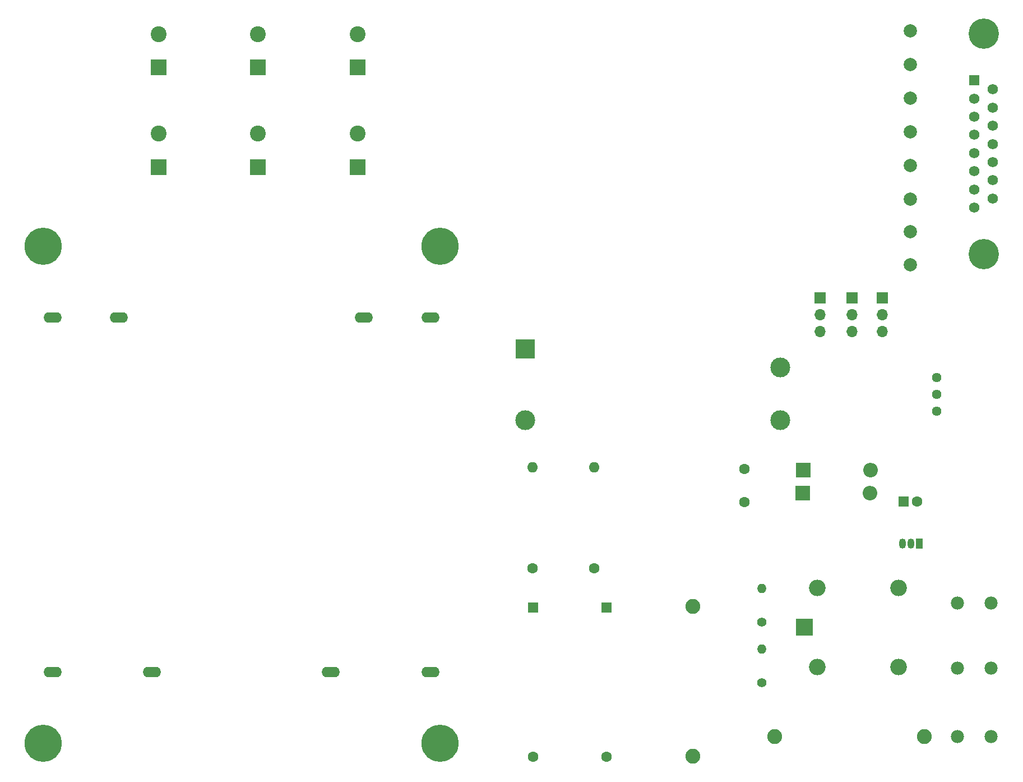
<source format=gbs>
G04 #@! TF.GenerationSoftware,KiCad,Pcbnew,9.0.0*
G04 #@! TF.CreationDate,2025-03-31T11:54:41-05:00*
G04 #@! TF.ProjectId,Power_Supply,506f7765-725f-4537-9570-706c792e6b69,rev?*
G04 #@! TF.SameCoordinates,Original*
G04 #@! TF.FileFunction,Soldermask,Bot*
G04 #@! TF.FilePolarity,Negative*
%FSLAX46Y46*%
G04 Gerber Fmt 4.6, Leading zero omitted, Abs format (unit mm)*
G04 Created by KiCad (PCBNEW 9.0.0) date 2025-03-31 11:54:41*
%MOMM*%
%LPD*%
G01*
G04 APERTURE LIST*
%ADD10C,2.000000*%
%ADD11C,2.250000*%
%ADD12R,1.561000X1.561000*%
%ADD13C,1.561000*%
%ADD14C,4.572000*%
%ADD15C,1.600000*%
%ADD16C,1.980000*%
%ADD17R,1.700000X1.700000*%
%ADD18O,1.700000X1.700000*%
%ADD19R,2.400000X2.400000*%
%ADD20C,2.400000*%
%ADD21R,2.200000X2.200000*%
%ADD22O,2.200000X2.200000*%
%ADD23R,3.000000X3.000000*%
%ADD24C,3.000000*%
%ADD25C,1.400000*%
%ADD26O,1.400000X1.400000*%
%ADD27R,1.050000X1.500000*%
%ADD28O,1.050000X1.500000*%
%ADD29R,1.600000X1.600000*%
%ADD30O,1.600000X1.600000*%
%ADD31C,1.440000*%
%ADD32R,1.600200X1.600200*%
%ADD33C,1.600200*%
%ADD34R,2.500000X2.500000*%
%ADD35O,2.500000X2.500000*%
%ADD36O,2.750000X1.571429*%
%ADD37C,5.610000*%
G04 APERTURE END LIST*
D10*
X201440000Y-31520000D03*
D11*
X203540000Y-138090000D03*
X180940000Y-138090000D03*
D10*
X201440000Y-36600000D03*
X201440000Y-51840000D03*
D12*
X211095000Y-39026000D03*
D13*
X211095000Y-41769000D03*
X211095000Y-44512000D03*
X211095000Y-47256000D03*
X211095000Y-49999000D03*
X211095000Y-52742000D03*
X211095000Y-55485000D03*
X211095000Y-58228000D03*
X213940000Y-40398000D03*
X213940000Y-43141000D03*
X213940000Y-45884000D03*
X213940000Y-48627000D03*
X213940000Y-51370000D03*
X213940000Y-54114000D03*
X213940000Y-56857000D03*
D14*
X212517000Y-31965000D03*
X212517000Y-65290000D03*
D15*
X176390000Y-102715000D03*
X176390000Y-97715000D03*
D16*
X213620000Y-127740000D03*
X208540000Y-127740000D03*
X208550000Y-117940000D03*
X213630000Y-117940000D03*
D17*
X192640000Y-71890000D03*
D18*
X192640000Y-74430000D03*
X192640000Y-76970000D03*
D19*
X117940000Y-52090000D03*
D20*
X117940000Y-47090000D03*
D21*
X185260000Y-97840000D03*
D22*
X195420000Y-97840000D03*
D23*
X143282500Y-79590000D03*
D24*
X143282500Y-90340000D03*
X181782500Y-90340000D03*
X181782500Y-82340000D03*
D25*
X179040000Y-129930000D03*
D26*
X179040000Y-124850000D03*
D10*
X201440000Y-56920000D03*
D19*
X87940000Y-37090000D03*
D20*
X87940000Y-32090000D03*
D27*
X202810000Y-108930000D03*
D28*
X201540000Y-108930000D03*
X200270000Y-108930000D03*
D10*
X201440000Y-41680000D03*
D19*
X117940000Y-37090000D03*
D20*
X117940000Y-32090000D03*
D29*
X200440000Y-102590000D03*
D15*
X202440000Y-102590000D03*
X144390000Y-112660000D03*
D30*
X144390000Y-97420000D03*
D19*
X102940000Y-37090000D03*
D20*
X102940000Y-32090000D03*
D31*
X205440000Y-83861500D03*
X205440000Y-86401500D03*
X205440000Y-88941500D03*
D15*
X153690000Y-112710000D03*
D30*
X153690000Y-97470000D03*
D17*
X197240000Y-71865000D03*
D18*
X197240000Y-74405000D03*
X197240000Y-76945000D03*
D19*
X102940000Y-52090000D03*
D20*
X102940000Y-47090000D03*
D32*
X155590000Y-118595600D03*
D33*
X155590000Y-141095600D03*
D34*
X185440000Y-121590000D03*
D35*
X187440000Y-127590000D03*
X199640000Y-127590000D03*
X199640000Y-115590000D03*
X187440000Y-115590000D03*
D19*
X87940000Y-52090000D03*
D20*
X87940000Y-47090000D03*
D10*
X201447000Y-61903000D03*
X201447000Y-66903000D03*
D25*
X179040000Y-120780000D03*
D26*
X179040000Y-115700000D03*
D32*
X144440000Y-118595600D03*
D33*
X144440000Y-141095600D03*
D36*
X71940000Y-128340000D03*
X86940000Y-128340000D03*
X113940000Y-128340000D03*
X128940000Y-128340000D03*
X128940000Y-74840000D03*
X118940000Y-74840000D03*
X81940000Y-74840000D03*
X71940000Y-74840000D03*
D37*
X130440000Y-64090000D03*
X70440000Y-64090000D03*
X70440000Y-139090000D03*
X130440000Y-139090000D03*
D11*
X168640000Y-118390000D03*
X168640000Y-140990000D03*
D10*
X201440000Y-46760000D03*
D17*
X187840000Y-71890000D03*
D18*
X187840000Y-74430000D03*
X187840000Y-76970000D03*
D21*
X185185000Y-101340000D03*
D22*
X195345000Y-101340000D03*
D16*
X208560000Y-138090000D03*
X213640000Y-138090000D03*
M02*

</source>
